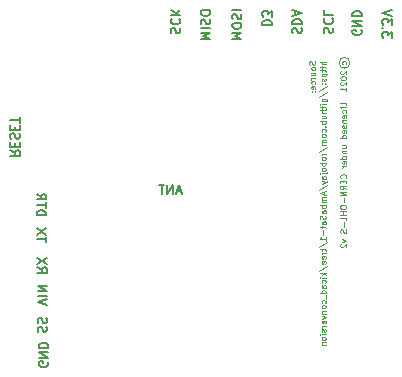
<source format=gbo>
%TF.GenerationSoftware,KiCad,Pcbnew,(5.1.6)-1*%
%TF.CreationDate,2021-11-16T12:50:12-05:00*%
%TF.ProjectId,AmbaSat-1_Satellite,416d6261-5361-4742-9d31-5f536174656c,KiCad_1.0*%
%TF.SameCoordinates,PX7ceeb0cPY74d41b0*%
%TF.FileFunction,Legend,Bot*%
%TF.FilePolarity,Positive*%
%FSLAX46Y46*%
G04 Gerber Fmt 4.6, Leading zero omitted, Abs format (unit mm)*
G04 Created by KiCad (PCBNEW (5.1.6)-1) date 2021-11-16 12:50:12*
%MOMM*%
%LPD*%
G01*
G04 APERTURE LIST*
%ADD10C,0.146304*%
%ADD11C,0.125000*%
G04 APERTURE END LIST*
D10*
X16122468Y15497387D02*
X15754773Y15497387D01*
X16196007Y15276770D02*
X15938620Y16048930D01*
X15681234Y15276770D01*
X15423847Y15276770D02*
X15423847Y16048930D01*
X14982613Y15276770D01*
X14982613Y16048930D01*
X14725226Y16048930D02*
X14283992Y16048930D01*
X14504609Y15276770D02*
X14504609Y16048930D01*
X1687769Y18944530D02*
X2055464Y18687143D01*
X1687769Y18503296D02*
X2459929Y18503296D01*
X2459929Y18797452D01*
X2423160Y18870991D01*
X2386390Y18907760D01*
X2312851Y18944530D01*
X2202542Y18944530D01*
X2129003Y18907760D01*
X2092234Y18870991D01*
X2055464Y18797452D01*
X2055464Y18503296D01*
X2092234Y19275456D02*
X2092234Y19532842D01*
X1687769Y19643151D02*
X1687769Y19275456D01*
X2459929Y19275456D01*
X2459929Y19643151D01*
X1724539Y19937307D02*
X1687769Y20047616D01*
X1687769Y20231463D01*
X1724539Y20305002D01*
X1761308Y20341772D01*
X1834847Y20378541D01*
X1908386Y20378541D01*
X1981925Y20341772D01*
X2018695Y20305002D01*
X2055464Y20231463D01*
X2092234Y20084385D01*
X2129003Y20010846D01*
X2165773Y19974077D01*
X2239312Y19937307D01*
X2312851Y19937307D01*
X2386390Y19974077D01*
X2423160Y20010846D01*
X2459929Y20084385D01*
X2459929Y20268233D01*
X2423160Y20378541D01*
X2092234Y20709467D02*
X2092234Y20966854D01*
X1687769Y21077162D02*
X1687769Y20709467D01*
X2459929Y20709467D01*
X2459929Y21077162D01*
X2459929Y21297780D02*
X2459929Y21739014D01*
X1687769Y21518397D02*
X2459929Y21518397D01*
X4771329Y5885301D02*
X3999169Y6142688D01*
X4771329Y6400075D01*
X3999169Y6657461D02*
X4771329Y6657461D01*
X3999169Y7025157D02*
X4771329Y7025157D01*
X3999169Y7466391D01*
X4771329Y7466391D01*
X4695129Y11197288D02*
X4695129Y11638522D01*
X3922969Y11417905D02*
X4695129Y11417905D01*
X4695129Y11822370D02*
X3922969Y12337143D01*
X4695129Y12337143D02*
X3922969Y11822370D01*
X4035939Y3577288D02*
X3999169Y3687597D01*
X3999169Y3871444D01*
X4035939Y3944983D01*
X4072708Y3981753D01*
X4146247Y4018522D01*
X4219786Y4018522D01*
X4293325Y3981753D01*
X4330095Y3944983D01*
X4366864Y3871444D01*
X4403634Y3724366D01*
X4440403Y3650827D01*
X4477173Y3614058D01*
X4550712Y3577288D01*
X4624251Y3577288D01*
X4697790Y3614058D01*
X4734560Y3650827D01*
X4771329Y3724366D01*
X4771329Y3908214D01*
X4734560Y4018522D01*
X4035939Y4312679D02*
X3999169Y4422987D01*
X3999169Y4606835D01*
X4035939Y4680374D01*
X4072708Y4717143D01*
X4146247Y4753913D01*
X4219786Y4753913D01*
X4293325Y4717143D01*
X4330095Y4680374D01*
X4366864Y4606835D01*
X4403634Y4459757D01*
X4440403Y4386218D01*
X4477173Y4349448D01*
X4550712Y4312679D01*
X4624251Y4312679D01*
X4697790Y4349448D01*
X4734560Y4386218D01*
X4771329Y4459757D01*
X4771329Y4643604D01*
X4734560Y4753913D01*
X4836160Y1037288D02*
X4872929Y963749D01*
X4872929Y853440D01*
X4836160Y743132D01*
X4762620Y669593D01*
X4689081Y632823D01*
X4542003Y596054D01*
X4431695Y596054D01*
X4284617Y632823D01*
X4211078Y669593D01*
X4137539Y743132D01*
X4100769Y853440D01*
X4100769Y926980D01*
X4137539Y1037288D01*
X4174308Y1074058D01*
X4431695Y1074058D01*
X4431695Y926980D01*
X4100769Y1404983D02*
X4872929Y1404983D01*
X4100769Y1846218D01*
X4872929Y1846218D01*
X4100769Y2213913D02*
X4872929Y2213913D01*
X4872929Y2397760D01*
X4836160Y2508069D01*
X4762620Y2581608D01*
X4689081Y2618378D01*
X4542003Y2655147D01*
X4431695Y2655147D01*
X4284617Y2618378D01*
X4211078Y2581608D01*
X4137539Y2508069D01*
X4100769Y2397760D01*
X4100769Y2213913D01*
X3973769Y9040707D02*
X4341464Y8783320D01*
X3973769Y8599473D02*
X4745929Y8599473D01*
X4745929Y8893629D01*
X4709160Y8967168D01*
X4672390Y9003938D01*
X4598851Y9040707D01*
X4488542Y9040707D01*
X4415003Y9003938D01*
X4378234Y8967168D01*
X4341464Y8893629D01*
X4341464Y8599473D01*
X4745929Y9298094D02*
X3973769Y9812867D01*
X4745929Y9812867D02*
X3973769Y9298094D01*
X3897569Y13443132D02*
X4669729Y13443132D01*
X4669729Y13626980D01*
X4632960Y13737288D01*
X4559420Y13810827D01*
X4485881Y13847597D01*
X4338803Y13884366D01*
X4228495Y13884366D01*
X4081417Y13847597D01*
X4007878Y13810827D01*
X3934339Y13737288D01*
X3897569Y13626980D01*
X3897569Y13443132D01*
X4669729Y14104983D02*
X4669729Y14546218D01*
X3897569Y14325600D02*
X4669729Y14325600D01*
X3897569Y15244839D02*
X4265264Y14987452D01*
X3897569Y14803604D02*
X4669729Y14803604D01*
X4669729Y15097760D01*
X4632960Y15171300D01*
X4596190Y15208069D01*
X4522651Y15244839D01*
X4412342Y15244839D01*
X4338803Y15208069D01*
X4302034Y15171300D01*
X4265264Y15097760D01*
X4265264Y14803604D01*
X15303379Y28887271D02*
X15266609Y28997579D01*
X15266609Y29181427D01*
X15303379Y29254966D01*
X15340148Y29291735D01*
X15413687Y29328505D01*
X15487226Y29328505D01*
X15560765Y29291735D01*
X15597535Y29254966D01*
X15634304Y29181427D01*
X15671074Y29034349D01*
X15707843Y28960810D01*
X15744613Y28924040D01*
X15818152Y28887271D01*
X15891691Y28887271D01*
X15965230Y28924040D01*
X16002000Y28960810D01*
X16038769Y29034349D01*
X16038769Y29218196D01*
X16002000Y29328505D01*
X15340148Y30100665D02*
X15303379Y30063895D01*
X15266609Y29953587D01*
X15266609Y29880048D01*
X15303379Y29769739D01*
X15376918Y29696200D01*
X15450457Y29659431D01*
X15597535Y29622661D01*
X15707843Y29622661D01*
X15854921Y29659431D01*
X15928460Y29696200D01*
X16002000Y29769739D01*
X16038769Y29880048D01*
X16038769Y29953587D01*
X16002000Y30063895D01*
X15965230Y30100665D01*
X15266609Y30431591D02*
X16038769Y30431591D01*
X15266609Y30872825D02*
X15707843Y30541899D01*
X16038769Y30872825D02*
X15597535Y30431591D01*
X17806609Y28409267D02*
X18578769Y28409267D01*
X18027226Y28666653D01*
X18578769Y28924040D01*
X17806609Y28924040D01*
X17806609Y29291735D02*
X18578769Y29291735D01*
X17843379Y29622661D02*
X17806609Y29732970D01*
X17806609Y29916817D01*
X17843379Y29990356D01*
X17880148Y30027126D01*
X17953687Y30063895D01*
X18027226Y30063895D01*
X18100765Y30027126D01*
X18137535Y29990356D01*
X18174304Y29916817D01*
X18211074Y29769739D01*
X18247843Y29696200D01*
X18284613Y29659431D01*
X18358152Y29622661D01*
X18431691Y29622661D01*
X18505230Y29659431D01*
X18542000Y29696200D01*
X18578769Y29769739D01*
X18578769Y29953587D01*
X18542000Y30063895D01*
X18578769Y30541899D02*
X18578769Y30688977D01*
X18542000Y30762516D01*
X18468460Y30836055D01*
X18321382Y30872825D01*
X18063996Y30872825D01*
X17916918Y30836055D01*
X17843379Y30762516D01*
X17806609Y30688977D01*
X17806609Y30541899D01*
X17843379Y30468360D01*
X17916918Y30394821D01*
X18063996Y30358051D01*
X18321382Y30358051D01*
X18468460Y30394821D01*
X18542000Y30468360D01*
X18578769Y30541899D01*
X20473609Y28409267D02*
X21245769Y28409267D01*
X20694226Y28666653D01*
X21245769Y28924040D01*
X20473609Y28924040D01*
X21245769Y29438813D02*
X21245769Y29585891D01*
X21209000Y29659431D01*
X21135460Y29732970D01*
X20988382Y29769739D01*
X20730996Y29769739D01*
X20583918Y29732970D01*
X20510379Y29659431D01*
X20473609Y29585891D01*
X20473609Y29438813D01*
X20510379Y29365274D01*
X20583918Y29291735D01*
X20730996Y29254966D01*
X20988382Y29254966D01*
X21135460Y29291735D01*
X21209000Y29365274D01*
X21245769Y29438813D01*
X20510379Y30063895D02*
X20473609Y30174204D01*
X20473609Y30358051D01*
X20510379Y30431591D01*
X20547148Y30468360D01*
X20620687Y30505130D01*
X20694226Y30505130D01*
X20767765Y30468360D01*
X20804535Y30431591D01*
X20841304Y30358051D01*
X20878074Y30210973D01*
X20914843Y30137434D01*
X20951613Y30100665D01*
X21025152Y30063895D01*
X21098691Y30063895D01*
X21172230Y30100665D01*
X21209000Y30137434D01*
X21245769Y30210973D01*
X21245769Y30394821D01*
X21209000Y30505130D01*
X20473609Y30836055D02*
X21245769Y30836055D01*
X25600539Y28870579D02*
X25563769Y28980888D01*
X25563769Y29164735D01*
X25600539Y29238274D01*
X25637308Y29275044D01*
X25710847Y29311813D01*
X25784386Y29311813D01*
X25857925Y29275044D01*
X25894695Y29238274D01*
X25931464Y29164735D01*
X25968234Y29017657D01*
X26005003Y28944118D01*
X26041773Y28907349D01*
X26115312Y28870579D01*
X26188851Y28870579D01*
X26262390Y28907349D01*
X26299160Y28944118D01*
X26335929Y29017657D01*
X26335929Y29201505D01*
X26299160Y29311813D01*
X25563769Y29642739D02*
X26335929Y29642739D01*
X26335929Y29826587D01*
X26299160Y29936895D01*
X26225620Y30010434D01*
X26152081Y30047204D01*
X26005003Y30083973D01*
X25894695Y30083973D01*
X25747617Y30047204D01*
X25674078Y30010434D01*
X25600539Y29936895D01*
X25563769Y29826587D01*
X25563769Y29642739D01*
X25784386Y30378130D02*
X25784386Y30745825D01*
X25563769Y30304591D02*
X26335929Y30561977D01*
X25563769Y30819364D01*
X33955929Y28502884D02*
X33955929Y28980888D01*
X33661773Y28723501D01*
X33661773Y28833810D01*
X33625003Y28907349D01*
X33588234Y28944118D01*
X33514695Y28980888D01*
X33330847Y28980888D01*
X33257308Y28944118D01*
X33220539Y28907349D01*
X33183769Y28833810D01*
X33183769Y28613192D01*
X33220539Y28539653D01*
X33257308Y28502884D01*
X33257308Y29311813D02*
X33220539Y29348583D01*
X33183769Y29311813D01*
X33220539Y29275044D01*
X33257308Y29311813D01*
X33183769Y29311813D01*
X33955929Y29605970D02*
X33955929Y30083973D01*
X33661773Y29826587D01*
X33661773Y29936895D01*
X33625003Y30010434D01*
X33588234Y30047204D01*
X33514695Y30083973D01*
X33330847Y30083973D01*
X33257308Y30047204D01*
X33220539Y30010434D01*
X33183769Y29936895D01*
X33183769Y29716278D01*
X33220539Y29642739D01*
X33257308Y29605970D01*
X33955929Y30304591D02*
X33183769Y30561977D01*
X33955929Y30819364D01*
X28267539Y28907349D02*
X28230769Y29017657D01*
X28230769Y29201505D01*
X28267539Y29275044D01*
X28304308Y29311813D01*
X28377847Y29348583D01*
X28451386Y29348583D01*
X28524925Y29311813D01*
X28561695Y29275044D01*
X28598464Y29201505D01*
X28635234Y29054427D01*
X28672003Y28980888D01*
X28708773Y28944118D01*
X28782312Y28907349D01*
X28855851Y28907349D01*
X28929390Y28944118D01*
X28966160Y28980888D01*
X29002929Y29054427D01*
X29002929Y29238274D01*
X28966160Y29348583D01*
X28304308Y30120743D02*
X28267539Y30083973D01*
X28230769Y29973665D01*
X28230769Y29900126D01*
X28267539Y29789817D01*
X28341078Y29716278D01*
X28414617Y29679509D01*
X28561695Y29642739D01*
X28672003Y29642739D01*
X28819081Y29679509D01*
X28892620Y29716278D01*
X28966160Y29789817D01*
X29002929Y29900126D01*
X29002929Y29973665D01*
X28966160Y30083973D01*
X28929390Y30120743D01*
X28230769Y30819364D02*
X28230769Y30451669D01*
X29002929Y30451669D01*
X31379160Y29127966D02*
X31415929Y29054427D01*
X31415929Y28944118D01*
X31379160Y28833810D01*
X31305620Y28760271D01*
X31232081Y28723501D01*
X31085003Y28686731D01*
X30974695Y28686731D01*
X30827617Y28723501D01*
X30754078Y28760271D01*
X30680539Y28833810D01*
X30643769Y28944118D01*
X30643769Y29017657D01*
X30680539Y29127966D01*
X30717308Y29164735D01*
X30974695Y29164735D01*
X30974695Y29017657D01*
X30643769Y29495661D02*
X31415929Y29495661D01*
X30643769Y29936895D01*
X31415929Y29936895D01*
X30643769Y30304591D02*
X31415929Y30304591D01*
X31415929Y30488438D01*
X31379160Y30598747D01*
X31305620Y30672286D01*
X31232081Y30709055D01*
X31085003Y30745825D01*
X30974695Y30745825D01*
X30827617Y30709055D01*
X30754078Y30672286D01*
X30680539Y30598747D01*
X30643769Y30488438D01*
X30643769Y30304591D01*
X23023769Y29569200D02*
X23795929Y29569200D01*
X23795929Y29753048D01*
X23759160Y29863356D01*
X23685620Y29936895D01*
X23612081Y29973665D01*
X23465003Y30010434D01*
X23354695Y30010434D01*
X23207617Y29973665D01*
X23134078Y29936895D01*
X23060539Y29863356D01*
X23023769Y29753048D01*
X23023769Y29569200D01*
X23795929Y30267821D02*
X23795929Y30745825D01*
X23501773Y30488438D01*
X23501773Y30598747D01*
X23465003Y30672286D01*
X23428234Y30709055D01*
X23354695Y30745825D01*
X23170847Y30745825D01*
X23097308Y30709055D01*
X23060539Y30672286D01*
X23023769Y30598747D01*
X23023769Y30378130D01*
X23060539Y30304591D01*
X23097308Y30267821D01*
D11*
X30429905Y26352500D02*
G75*
G03*
X30429905Y26352500I-457905J0D01*
G01*
X27464880Y26493512D02*
X27488690Y26422084D01*
X27488690Y26303036D01*
X27464880Y26255417D01*
X27441071Y26231608D01*
X27393452Y26207798D01*
X27345833Y26207798D01*
X27298214Y26231608D01*
X27274404Y26255417D01*
X27250595Y26303036D01*
X27226785Y26398274D01*
X27202976Y26445893D01*
X27179166Y26469703D01*
X27131547Y26493512D01*
X27083928Y26493512D01*
X27036309Y26469703D01*
X27012500Y26445893D01*
X26988690Y26398274D01*
X26988690Y26279227D01*
X27012500Y26207798D01*
X27488690Y25922084D02*
X27464880Y25969703D01*
X27441071Y25993512D01*
X27393452Y26017322D01*
X27250595Y26017322D01*
X27202976Y25993512D01*
X27179166Y25969703D01*
X27155357Y25922084D01*
X27155357Y25850655D01*
X27179166Y25803036D01*
X27202976Y25779227D01*
X27250595Y25755417D01*
X27393452Y25755417D01*
X27441071Y25779227D01*
X27464880Y25803036D01*
X27488690Y25850655D01*
X27488690Y25922084D01*
X27155357Y25326846D02*
X27488690Y25326846D01*
X27155357Y25541131D02*
X27417261Y25541131D01*
X27464880Y25517322D01*
X27488690Y25469703D01*
X27488690Y25398274D01*
X27464880Y25350655D01*
X27441071Y25326846D01*
X27488690Y25088750D02*
X27155357Y25088750D01*
X27250595Y25088750D02*
X27202976Y25064941D01*
X27179166Y25041131D01*
X27155357Y24993512D01*
X27155357Y24945893D01*
X27464880Y24564941D02*
X27488690Y24612560D01*
X27488690Y24707798D01*
X27464880Y24755417D01*
X27441071Y24779227D01*
X27393452Y24803036D01*
X27250595Y24803036D01*
X27202976Y24779227D01*
X27179166Y24755417D01*
X27155357Y24707798D01*
X27155357Y24612560D01*
X27179166Y24564941D01*
X27464880Y24160179D02*
X27488690Y24207798D01*
X27488690Y24303036D01*
X27464880Y24350655D01*
X27417261Y24374465D01*
X27226785Y24374465D01*
X27179166Y24350655D01*
X27155357Y24303036D01*
X27155357Y24207798D01*
X27179166Y24160179D01*
X27226785Y24136370D01*
X27274404Y24136370D01*
X27322023Y24374465D01*
X27441071Y23922084D02*
X27464880Y23898274D01*
X27488690Y23922084D01*
X27464880Y23945893D01*
X27441071Y23922084D01*
X27488690Y23922084D01*
X27179166Y23922084D02*
X27202976Y23898274D01*
X27226785Y23922084D01*
X27202976Y23945893D01*
X27179166Y23922084D01*
X27226785Y23922084D01*
X28363690Y26469703D02*
X27863690Y26469703D01*
X28363690Y26255417D02*
X28101785Y26255417D01*
X28054166Y26279227D01*
X28030357Y26326846D01*
X28030357Y26398274D01*
X28054166Y26445893D01*
X28077976Y26469703D01*
X28030357Y26088750D02*
X28030357Y25898274D01*
X27863690Y26017322D02*
X28292261Y26017322D01*
X28339880Y25993512D01*
X28363690Y25945893D01*
X28363690Y25898274D01*
X28030357Y25803036D02*
X28030357Y25612560D01*
X27863690Y25731608D02*
X28292261Y25731608D01*
X28339880Y25707798D01*
X28363690Y25660179D01*
X28363690Y25612560D01*
X28030357Y25445893D02*
X28530357Y25445893D01*
X28054166Y25445893D02*
X28030357Y25398274D01*
X28030357Y25303036D01*
X28054166Y25255417D01*
X28077976Y25231608D01*
X28125595Y25207798D01*
X28268452Y25207798D01*
X28316071Y25231608D01*
X28339880Y25255417D01*
X28363690Y25303036D01*
X28363690Y25398274D01*
X28339880Y25445893D01*
X28339880Y25017322D02*
X28363690Y24969703D01*
X28363690Y24874465D01*
X28339880Y24826846D01*
X28292261Y24803036D01*
X28268452Y24803036D01*
X28220833Y24826846D01*
X28197023Y24874465D01*
X28197023Y24945893D01*
X28173214Y24993512D01*
X28125595Y25017322D01*
X28101785Y25017322D01*
X28054166Y24993512D01*
X28030357Y24945893D01*
X28030357Y24874465D01*
X28054166Y24826846D01*
X28316071Y24588750D02*
X28339880Y24564941D01*
X28363690Y24588750D01*
X28339880Y24612560D01*
X28316071Y24588750D01*
X28363690Y24588750D01*
X28054166Y24588750D02*
X28077976Y24564941D01*
X28101785Y24588750D01*
X28077976Y24612560D01*
X28054166Y24588750D01*
X28101785Y24588750D01*
X27839880Y23993512D02*
X28482738Y24422084D01*
X27839880Y23469703D02*
X28482738Y23898274D01*
X28030357Y23088750D02*
X28435119Y23088750D01*
X28482738Y23112560D01*
X28506547Y23136370D01*
X28530357Y23183989D01*
X28530357Y23255417D01*
X28506547Y23303036D01*
X28339880Y23088750D02*
X28363690Y23136370D01*
X28363690Y23231608D01*
X28339880Y23279227D01*
X28316071Y23303036D01*
X28268452Y23326846D01*
X28125595Y23326846D01*
X28077976Y23303036D01*
X28054166Y23279227D01*
X28030357Y23231608D01*
X28030357Y23136370D01*
X28054166Y23088750D01*
X28363690Y22850655D02*
X28030357Y22850655D01*
X27863690Y22850655D02*
X27887500Y22874465D01*
X27911309Y22850655D01*
X27887500Y22826846D01*
X27863690Y22850655D01*
X27911309Y22850655D01*
X28030357Y22683989D02*
X28030357Y22493512D01*
X27863690Y22612560D02*
X28292261Y22612560D01*
X28339880Y22588750D01*
X28363690Y22541131D01*
X28363690Y22493512D01*
X28363690Y22326846D02*
X27863690Y22326846D01*
X28363690Y22112560D02*
X28101785Y22112560D01*
X28054166Y22136370D01*
X28030357Y22183989D01*
X28030357Y22255417D01*
X28054166Y22303036D01*
X28077976Y22326846D01*
X28030357Y21660179D02*
X28363690Y21660179D01*
X28030357Y21874465D02*
X28292261Y21874465D01*
X28339880Y21850655D01*
X28363690Y21803036D01*
X28363690Y21731608D01*
X28339880Y21683989D01*
X28316071Y21660179D01*
X28363690Y21422084D02*
X27863690Y21422084D01*
X28054166Y21422084D02*
X28030357Y21374465D01*
X28030357Y21279227D01*
X28054166Y21231608D01*
X28077976Y21207798D01*
X28125595Y21183989D01*
X28268452Y21183989D01*
X28316071Y21207798D01*
X28339880Y21231608D01*
X28363690Y21279227D01*
X28363690Y21374465D01*
X28339880Y21422084D01*
X28316071Y20969703D02*
X28339880Y20945893D01*
X28363690Y20969703D01*
X28339880Y20993512D01*
X28316071Y20969703D01*
X28363690Y20969703D01*
X28339880Y20517322D02*
X28363690Y20564941D01*
X28363690Y20660179D01*
X28339880Y20707798D01*
X28316071Y20731608D01*
X28268452Y20755417D01*
X28125595Y20755417D01*
X28077976Y20731608D01*
X28054166Y20707798D01*
X28030357Y20660179D01*
X28030357Y20564941D01*
X28054166Y20517322D01*
X28363690Y20231608D02*
X28339880Y20279227D01*
X28316071Y20303036D01*
X28268452Y20326846D01*
X28125595Y20326846D01*
X28077976Y20303036D01*
X28054166Y20279227D01*
X28030357Y20231608D01*
X28030357Y20160179D01*
X28054166Y20112560D01*
X28077976Y20088750D01*
X28125595Y20064941D01*
X28268452Y20064941D01*
X28316071Y20088750D01*
X28339880Y20112560D01*
X28363690Y20160179D01*
X28363690Y20231608D01*
X28363690Y19850655D02*
X28030357Y19850655D01*
X28077976Y19850655D02*
X28054166Y19826846D01*
X28030357Y19779227D01*
X28030357Y19707798D01*
X28054166Y19660179D01*
X28101785Y19636370D01*
X28363690Y19636370D01*
X28101785Y19636370D02*
X28054166Y19612560D01*
X28030357Y19564941D01*
X28030357Y19493512D01*
X28054166Y19445893D01*
X28101785Y19422084D01*
X28363690Y19422084D01*
X27839880Y18826846D02*
X28482738Y19255417D01*
X28363690Y18660179D02*
X28030357Y18660179D01*
X28125595Y18660179D02*
X28077976Y18636370D01*
X28054166Y18612560D01*
X28030357Y18564941D01*
X28030357Y18517322D01*
X28363690Y18279227D02*
X28339880Y18326846D01*
X28316071Y18350655D01*
X28268452Y18374465D01*
X28125595Y18374465D01*
X28077976Y18350655D01*
X28054166Y18326846D01*
X28030357Y18279227D01*
X28030357Y18207798D01*
X28054166Y18160179D01*
X28077976Y18136370D01*
X28125595Y18112560D01*
X28268452Y18112560D01*
X28316071Y18136370D01*
X28339880Y18160179D01*
X28363690Y18207798D01*
X28363690Y18279227D01*
X28363690Y17898274D02*
X27863690Y17898274D01*
X28054166Y17898274D02*
X28030357Y17850655D01*
X28030357Y17755417D01*
X28054166Y17707798D01*
X28077976Y17683989D01*
X28125595Y17660179D01*
X28268452Y17660179D01*
X28316071Y17683989D01*
X28339880Y17707798D01*
X28363690Y17755417D01*
X28363690Y17850655D01*
X28339880Y17898274D01*
X28363690Y17374465D02*
X28339880Y17422084D01*
X28316071Y17445893D01*
X28268452Y17469703D01*
X28125595Y17469703D01*
X28077976Y17445893D01*
X28054166Y17422084D01*
X28030357Y17374465D01*
X28030357Y17303036D01*
X28054166Y17255417D01*
X28077976Y17231608D01*
X28125595Y17207798D01*
X28268452Y17207798D01*
X28316071Y17231608D01*
X28339880Y17255417D01*
X28363690Y17303036D01*
X28363690Y17374465D01*
X28030357Y16993512D02*
X28458928Y16993512D01*
X28506547Y17017322D01*
X28530357Y17064941D01*
X28530357Y17088750D01*
X27863690Y16993512D02*
X27887500Y17017322D01*
X27911309Y16993512D01*
X27887500Y16969703D01*
X27863690Y16993512D01*
X27911309Y16993512D01*
X28363690Y16541131D02*
X28101785Y16541131D01*
X28054166Y16564941D01*
X28030357Y16612560D01*
X28030357Y16707798D01*
X28054166Y16755417D01*
X28339880Y16541131D02*
X28363690Y16588750D01*
X28363690Y16707798D01*
X28339880Y16755417D01*
X28292261Y16779227D01*
X28244642Y16779227D01*
X28197023Y16755417D01*
X28173214Y16707798D01*
X28173214Y16588750D01*
X28149404Y16541131D01*
X28030357Y16350655D02*
X28363690Y16231608D01*
X28030357Y16112560D02*
X28363690Y16231608D01*
X28482738Y16279227D01*
X28506547Y16303036D01*
X28530357Y16350655D01*
X27839880Y15564941D02*
X28482738Y15993512D01*
X28220833Y15422084D02*
X28220833Y15183989D01*
X28363690Y15469703D02*
X27863690Y15303036D01*
X28363690Y15136370D01*
X28363690Y14969703D02*
X28030357Y14969703D01*
X28077976Y14969703D02*
X28054166Y14945893D01*
X28030357Y14898274D01*
X28030357Y14826846D01*
X28054166Y14779227D01*
X28101785Y14755417D01*
X28363690Y14755417D01*
X28101785Y14755417D02*
X28054166Y14731608D01*
X28030357Y14683989D01*
X28030357Y14612560D01*
X28054166Y14564941D01*
X28101785Y14541131D01*
X28363690Y14541131D01*
X28363690Y14303036D02*
X27863690Y14303036D01*
X28054166Y14303036D02*
X28030357Y14255417D01*
X28030357Y14160179D01*
X28054166Y14112560D01*
X28077976Y14088750D01*
X28125595Y14064941D01*
X28268452Y14064941D01*
X28316071Y14088750D01*
X28339880Y14112560D01*
X28363690Y14160179D01*
X28363690Y14255417D01*
X28339880Y14303036D01*
X28363690Y13636370D02*
X28101785Y13636370D01*
X28054166Y13660179D01*
X28030357Y13707798D01*
X28030357Y13803036D01*
X28054166Y13850655D01*
X28339880Y13636370D02*
X28363690Y13683989D01*
X28363690Y13803036D01*
X28339880Y13850655D01*
X28292261Y13874465D01*
X28244642Y13874465D01*
X28197023Y13850655D01*
X28173214Y13803036D01*
X28173214Y13683989D01*
X28149404Y13636370D01*
X28339880Y13422084D02*
X28363690Y13350655D01*
X28363690Y13231608D01*
X28339880Y13183989D01*
X28316071Y13160179D01*
X28268452Y13136370D01*
X28220833Y13136370D01*
X28173214Y13160179D01*
X28149404Y13183989D01*
X28125595Y13231608D01*
X28101785Y13326846D01*
X28077976Y13374465D01*
X28054166Y13398274D01*
X28006547Y13422084D01*
X27958928Y13422084D01*
X27911309Y13398274D01*
X27887500Y13374465D01*
X27863690Y13326846D01*
X27863690Y13207798D01*
X27887500Y13136370D01*
X28363690Y12707798D02*
X28101785Y12707798D01*
X28054166Y12731608D01*
X28030357Y12779227D01*
X28030357Y12874465D01*
X28054166Y12922084D01*
X28339880Y12707798D02*
X28363690Y12755417D01*
X28363690Y12874465D01*
X28339880Y12922084D01*
X28292261Y12945893D01*
X28244642Y12945893D01*
X28197023Y12922084D01*
X28173214Y12874465D01*
X28173214Y12755417D01*
X28149404Y12707798D01*
X28030357Y12541131D02*
X28030357Y12350655D01*
X27863690Y12469703D02*
X28292261Y12469703D01*
X28339880Y12445893D01*
X28363690Y12398274D01*
X28363690Y12350655D01*
X28173214Y12183989D02*
X28173214Y11803036D01*
X28363690Y11303036D02*
X28363690Y11588750D01*
X28363690Y11445893D02*
X27863690Y11445893D01*
X27935119Y11493512D01*
X27982738Y11541131D01*
X28006547Y11588750D01*
X27839880Y10731608D02*
X28482738Y11160179D01*
X28030357Y10636370D02*
X28030357Y10445893D01*
X27863690Y10564941D02*
X28292261Y10564941D01*
X28339880Y10541131D01*
X28363690Y10493512D01*
X28363690Y10445893D01*
X28363690Y10279227D02*
X28030357Y10279227D01*
X28125595Y10279227D02*
X28077976Y10255417D01*
X28054166Y10231608D01*
X28030357Y10183989D01*
X28030357Y10136370D01*
X28339880Y9779227D02*
X28363690Y9826846D01*
X28363690Y9922084D01*
X28339880Y9969703D01*
X28292261Y9993512D01*
X28101785Y9993512D01*
X28054166Y9969703D01*
X28030357Y9922084D01*
X28030357Y9826846D01*
X28054166Y9779227D01*
X28101785Y9755417D01*
X28149404Y9755417D01*
X28197023Y9993512D01*
X28339880Y9350655D02*
X28363690Y9398274D01*
X28363690Y9493512D01*
X28339880Y9541131D01*
X28292261Y9564941D01*
X28101785Y9564941D01*
X28054166Y9541131D01*
X28030357Y9493512D01*
X28030357Y9398274D01*
X28054166Y9350655D01*
X28101785Y9326846D01*
X28149404Y9326846D01*
X28197023Y9564941D01*
X27839880Y8755417D02*
X28482738Y9183989D01*
X28363690Y8588751D02*
X27863690Y8588751D01*
X28173214Y8541131D02*
X28363690Y8398274D01*
X28030357Y8398274D02*
X28220833Y8588751D01*
X28363690Y8183989D02*
X28030357Y8183989D01*
X27863690Y8183989D02*
X27887500Y8207798D01*
X27911309Y8183989D01*
X27887500Y8160179D01*
X27863690Y8183989D01*
X27911309Y8183989D01*
X28339880Y7731608D02*
X28363690Y7779227D01*
X28363690Y7874465D01*
X28339880Y7922084D01*
X28316071Y7945893D01*
X28268452Y7969703D01*
X28125595Y7969703D01*
X28077976Y7945893D01*
X28054166Y7922084D01*
X28030357Y7874465D01*
X28030357Y7779227D01*
X28054166Y7731608D01*
X28363690Y7303036D02*
X28101785Y7303036D01*
X28054166Y7326846D01*
X28030357Y7374465D01*
X28030357Y7469703D01*
X28054166Y7517322D01*
X28339880Y7303036D02*
X28363690Y7350655D01*
X28363690Y7469703D01*
X28339880Y7517322D01*
X28292261Y7541131D01*
X28244642Y7541131D01*
X28197023Y7517322D01*
X28173214Y7469703D01*
X28173214Y7350655D01*
X28149404Y7303036D01*
X28363690Y6850655D02*
X27863690Y6850655D01*
X28339880Y6850655D02*
X28363690Y6898274D01*
X28363690Y6993512D01*
X28339880Y7041131D01*
X28316071Y7064941D01*
X28268452Y7088751D01*
X28125595Y7088751D01*
X28077976Y7064941D01*
X28054166Y7041131D01*
X28030357Y6993512D01*
X28030357Y6898274D01*
X28054166Y6850655D01*
X28411309Y6731608D02*
X28411309Y6350655D01*
X28339880Y6017322D02*
X28363690Y6064941D01*
X28363690Y6160179D01*
X28339880Y6207798D01*
X28316071Y6231608D01*
X28268452Y6255417D01*
X28125595Y6255417D01*
X28077976Y6231608D01*
X28054166Y6207798D01*
X28030357Y6160179D01*
X28030357Y6064941D01*
X28054166Y6017322D01*
X28363690Y5731608D02*
X28339880Y5779227D01*
X28316071Y5803036D01*
X28268452Y5826846D01*
X28125595Y5826846D01*
X28077976Y5803036D01*
X28054166Y5779227D01*
X28030357Y5731608D01*
X28030357Y5660179D01*
X28054166Y5612560D01*
X28077976Y5588751D01*
X28125595Y5564941D01*
X28268452Y5564941D01*
X28316071Y5588751D01*
X28339880Y5612560D01*
X28363690Y5660179D01*
X28363690Y5731608D01*
X28030357Y5350655D02*
X28363690Y5350655D01*
X28077976Y5350655D02*
X28054166Y5326846D01*
X28030357Y5279227D01*
X28030357Y5207798D01*
X28054166Y5160179D01*
X28101785Y5136370D01*
X28363690Y5136370D01*
X28030357Y4945893D02*
X28363690Y4826846D01*
X28030357Y4707798D01*
X28339880Y4326846D02*
X28363690Y4374465D01*
X28363690Y4469703D01*
X28339880Y4517322D01*
X28292261Y4541131D01*
X28101785Y4541131D01*
X28054166Y4517322D01*
X28030357Y4469703D01*
X28030357Y4374465D01*
X28054166Y4326846D01*
X28101785Y4303036D01*
X28149404Y4303036D01*
X28197023Y4541131D01*
X28363690Y4088751D02*
X28030357Y4088751D01*
X28125595Y4088751D02*
X28077976Y4064941D01*
X28054166Y4041131D01*
X28030357Y3993512D01*
X28030357Y3945893D01*
X28339880Y3803036D02*
X28363690Y3755417D01*
X28363690Y3660179D01*
X28339880Y3612560D01*
X28292261Y3588751D01*
X28268452Y3588751D01*
X28220833Y3612560D01*
X28197023Y3660179D01*
X28197023Y3731608D01*
X28173214Y3779227D01*
X28125595Y3803036D01*
X28101785Y3803036D01*
X28054166Y3779227D01*
X28030357Y3731608D01*
X28030357Y3660179D01*
X28054166Y3612560D01*
X28363690Y3374465D02*
X28030357Y3374465D01*
X27863690Y3374465D02*
X27887500Y3398274D01*
X27911309Y3374465D01*
X27887500Y3350655D01*
X27863690Y3374465D01*
X27911309Y3374465D01*
X28363690Y3064941D02*
X28339880Y3112560D01*
X28316071Y3136370D01*
X28268452Y3160179D01*
X28125595Y3160179D01*
X28077976Y3136370D01*
X28054166Y3112560D01*
X28030357Y3064941D01*
X28030357Y2993512D01*
X28054166Y2945893D01*
X28077976Y2922084D01*
X28125595Y2898274D01*
X28268452Y2898274D01*
X28316071Y2922084D01*
X28339880Y2945893D01*
X28363690Y2993512D01*
X28363690Y3064941D01*
X28030357Y2683989D02*
X28363690Y2683989D01*
X28077976Y2683989D02*
X28054166Y2660179D01*
X28030357Y2612560D01*
X28030357Y2541131D01*
X28054166Y2493512D01*
X28101785Y2469703D01*
X28363690Y2469703D01*
X30089880Y26255417D02*
X30113690Y26303036D01*
X30113690Y26398274D01*
X30089880Y26445893D01*
X30066071Y26469703D01*
X30018452Y26493512D01*
X29875595Y26493512D01*
X29827976Y26469703D01*
X29804166Y26445893D01*
X29780357Y26398274D01*
X29780357Y26303036D01*
X29804166Y26255417D01*
X29661309Y25683989D02*
X29637500Y25660179D01*
X29613690Y25612560D01*
X29613690Y25493512D01*
X29637500Y25445893D01*
X29661309Y25422084D01*
X29708928Y25398274D01*
X29756547Y25398274D01*
X29827976Y25422084D01*
X30113690Y25707798D01*
X30113690Y25398274D01*
X29613690Y25088750D02*
X29613690Y25041131D01*
X29637500Y24993512D01*
X29661309Y24969703D01*
X29708928Y24945893D01*
X29804166Y24922084D01*
X29923214Y24922084D01*
X30018452Y24945893D01*
X30066071Y24969703D01*
X30089880Y24993512D01*
X30113690Y25041131D01*
X30113690Y25088750D01*
X30089880Y25136370D01*
X30066071Y25160179D01*
X30018452Y25183989D01*
X29923214Y25207798D01*
X29804166Y25207798D01*
X29708928Y25183989D01*
X29661309Y25160179D01*
X29637500Y25136370D01*
X29613690Y25088750D01*
X29661309Y24731608D02*
X29637500Y24707798D01*
X29613690Y24660179D01*
X29613690Y24541131D01*
X29637500Y24493512D01*
X29661309Y24469703D01*
X29708928Y24445893D01*
X29756547Y24445893D01*
X29827976Y24469703D01*
X30113690Y24755417D01*
X30113690Y24445893D01*
X30113690Y23969703D02*
X30113690Y24255417D01*
X30113690Y24112560D02*
X29613690Y24112560D01*
X29685119Y24160179D01*
X29732738Y24207798D01*
X29756547Y24255417D01*
X30113690Y22755417D02*
X30113690Y22993512D01*
X29613690Y22993512D01*
X30113690Y22588750D02*
X29780357Y22588750D01*
X29613690Y22588750D02*
X29637500Y22612560D01*
X29661309Y22588750D01*
X29637500Y22564941D01*
X29613690Y22588750D01*
X29661309Y22588750D01*
X30089880Y22136370D02*
X30113690Y22183989D01*
X30113690Y22279227D01*
X30089880Y22326846D01*
X30066071Y22350655D01*
X30018452Y22374465D01*
X29875595Y22374465D01*
X29827976Y22350655D01*
X29804166Y22326846D01*
X29780357Y22279227D01*
X29780357Y22183989D01*
X29804166Y22136370D01*
X30089880Y21731608D02*
X30113690Y21779227D01*
X30113690Y21874465D01*
X30089880Y21922084D01*
X30042261Y21945893D01*
X29851785Y21945893D01*
X29804166Y21922084D01*
X29780357Y21874465D01*
X29780357Y21779227D01*
X29804166Y21731608D01*
X29851785Y21707798D01*
X29899404Y21707798D01*
X29947023Y21945893D01*
X29780357Y21493512D02*
X30113690Y21493512D01*
X29827976Y21493512D02*
X29804166Y21469703D01*
X29780357Y21422084D01*
X29780357Y21350655D01*
X29804166Y21303036D01*
X29851785Y21279227D01*
X30113690Y21279227D01*
X30089880Y21064941D02*
X30113690Y21017322D01*
X30113690Y20922084D01*
X30089880Y20874465D01*
X30042261Y20850655D01*
X30018452Y20850655D01*
X29970833Y20874465D01*
X29947023Y20922084D01*
X29947023Y20993512D01*
X29923214Y21041131D01*
X29875595Y21064941D01*
X29851785Y21064941D01*
X29804166Y21041131D01*
X29780357Y20993512D01*
X29780357Y20922084D01*
X29804166Y20874465D01*
X30089880Y20445893D02*
X30113690Y20493512D01*
X30113690Y20588750D01*
X30089880Y20636370D01*
X30042261Y20660179D01*
X29851785Y20660179D01*
X29804166Y20636370D01*
X29780357Y20588750D01*
X29780357Y20493512D01*
X29804166Y20445893D01*
X29851785Y20422084D01*
X29899404Y20422084D01*
X29947023Y20660179D01*
X30113690Y19993512D02*
X29613690Y19993512D01*
X30089880Y19993512D02*
X30113690Y20041131D01*
X30113690Y20136370D01*
X30089880Y20183989D01*
X30066071Y20207798D01*
X30018452Y20231608D01*
X29875595Y20231608D01*
X29827976Y20207798D01*
X29804166Y20183989D01*
X29780357Y20136370D01*
X29780357Y20041131D01*
X29804166Y19993512D01*
X29780357Y19160179D02*
X30113690Y19160179D01*
X29780357Y19374465D02*
X30042261Y19374465D01*
X30089880Y19350655D01*
X30113690Y19303036D01*
X30113690Y19231608D01*
X30089880Y19183989D01*
X30066071Y19160179D01*
X29780357Y18922084D02*
X30113690Y18922084D01*
X29827976Y18922084D02*
X29804166Y18898274D01*
X29780357Y18850655D01*
X29780357Y18779227D01*
X29804166Y18731608D01*
X29851785Y18707798D01*
X30113690Y18707798D01*
X30113690Y18255417D02*
X29613690Y18255417D01*
X30089880Y18255417D02*
X30113690Y18303036D01*
X30113690Y18398274D01*
X30089880Y18445893D01*
X30066071Y18469703D01*
X30018452Y18493512D01*
X29875595Y18493512D01*
X29827976Y18469703D01*
X29804166Y18445893D01*
X29780357Y18398274D01*
X29780357Y18303036D01*
X29804166Y18255417D01*
X30089880Y17826846D02*
X30113690Y17874465D01*
X30113690Y17969703D01*
X30089880Y18017322D01*
X30042261Y18041131D01*
X29851785Y18041131D01*
X29804166Y18017322D01*
X29780357Y17969703D01*
X29780357Y17874465D01*
X29804166Y17826846D01*
X29851785Y17803036D01*
X29899404Y17803036D01*
X29947023Y18041131D01*
X30113690Y17588750D02*
X29780357Y17588750D01*
X29875595Y17588750D02*
X29827976Y17564941D01*
X29804166Y17541131D01*
X29780357Y17493512D01*
X29780357Y17445893D01*
X30066071Y16612560D02*
X30089880Y16636370D01*
X30113690Y16707798D01*
X30113690Y16755417D01*
X30089880Y16826846D01*
X30042261Y16874465D01*
X29994642Y16898274D01*
X29899404Y16922084D01*
X29827976Y16922084D01*
X29732738Y16898274D01*
X29685119Y16874465D01*
X29637500Y16826846D01*
X29613690Y16755417D01*
X29613690Y16707798D01*
X29637500Y16636370D01*
X29661309Y16612560D01*
X29851785Y16398274D02*
X29851785Y16231608D01*
X30113690Y16160179D02*
X30113690Y16398274D01*
X29613690Y16398274D01*
X29613690Y16160179D01*
X30113690Y15660179D02*
X29875595Y15826846D01*
X30113690Y15945893D02*
X29613690Y15945893D01*
X29613690Y15755417D01*
X29637500Y15707798D01*
X29661309Y15683989D01*
X29708928Y15660179D01*
X29780357Y15660179D01*
X29827976Y15683989D01*
X29851785Y15707798D01*
X29875595Y15755417D01*
X29875595Y15945893D01*
X30113690Y15445893D02*
X29613690Y15445893D01*
X30113690Y15160179D01*
X29613690Y15160179D01*
X29923214Y14922084D02*
X29923214Y14541131D01*
X29613690Y14207798D02*
X29613690Y14112560D01*
X29637500Y14064941D01*
X29685119Y14017322D01*
X29780357Y13993512D01*
X29947023Y13993512D01*
X30042261Y14017322D01*
X30089880Y14064941D01*
X30113690Y14112560D01*
X30113690Y14207798D01*
X30089880Y14255417D01*
X30042261Y14303036D01*
X29947023Y14326846D01*
X29780357Y14326846D01*
X29685119Y14303036D01*
X29637500Y14255417D01*
X29613690Y14207798D01*
X30113690Y13779227D02*
X29613690Y13779227D01*
X29851785Y13779227D02*
X29851785Y13493512D01*
X30113690Y13493512D02*
X29613690Y13493512D01*
X30113690Y13017322D02*
X30113690Y13255417D01*
X29613690Y13255417D01*
X29923214Y12850655D02*
X29923214Y12469703D01*
X30089880Y12255417D02*
X30113690Y12183989D01*
X30113690Y12064941D01*
X30089880Y12017322D01*
X30066071Y11993512D01*
X30018452Y11969703D01*
X29970833Y11969703D01*
X29923214Y11993512D01*
X29899404Y12017322D01*
X29875595Y12064941D01*
X29851785Y12160179D01*
X29827976Y12207798D01*
X29804166Y12231608D01*
X29756547Y12255417D01*
X29708928Y12255417D01*
X29661309Y12231608D01*
X29637500Y12207798D01*
X29613690Y12160179D01*
X29613690Y12041131D01*
X29637500Y11969703D01*
X29780357Y11422084D02*
X30113690Y11303036D01*
X29780357Y11183989D01*
X29661309Y11017322D02*
X29637500Y10993512D01*
X29613690Y10945893D01*
X29613690Y10826846D01*
X29637500Y10779227D01*
X29661309Y10755417D01*
X29708928Y10731608D01*
X29756547Y10731608D01*
X29827976Y10755417D01*
X30113690Y11041131D01*
X30113690Y10731608D01*
M02*

</source>
